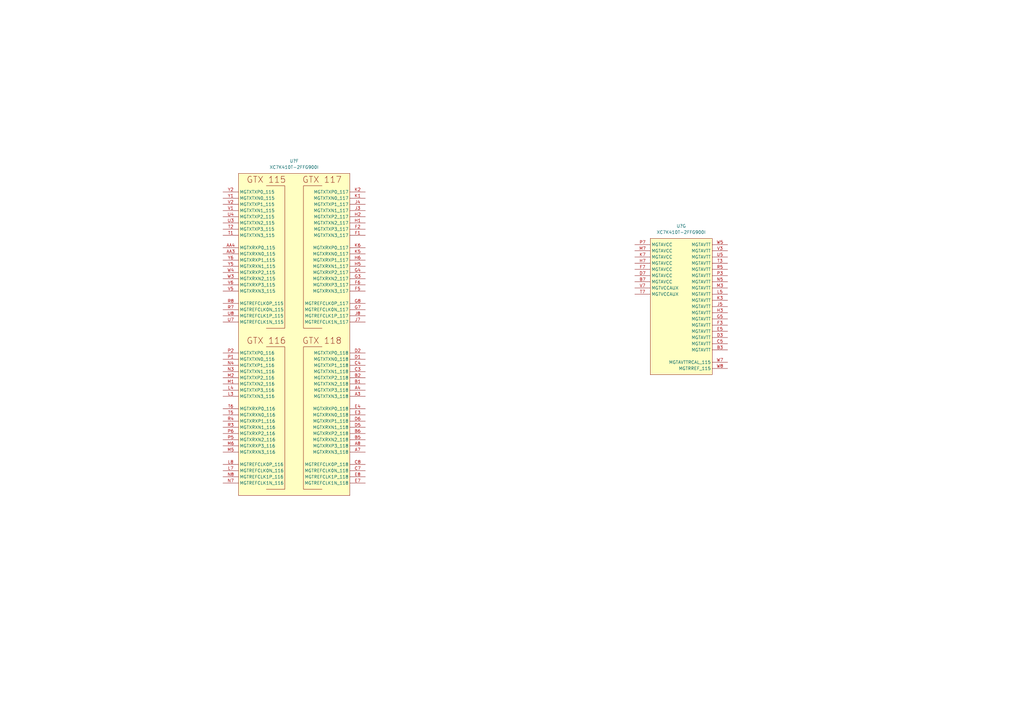
<source format=kicad_sch>
(kicad_sch (version 20211123) (generator eeschema)
  (paper "A3")
  (title_block (comment 1 "www.antmicro.com") (comment 2 "Antmicro Ltd"))
  (symbol (lib_id "antmicroMicrocontrollers:XC7K410T-2FFG900I") (at 120.65 137.16 0) (unit 6)
    (property "Reference" "U?" (at 120.65 66.04 0))
    (property "Value" "XC7K410T-2FFG900I" (at 120.65 68.58 0))
    (property "Footprint" "antmicro-footprints:xc7k410t-2ffg900I" (effects hide))
    (property "Datasheet" "https://eu.mouser.com/datasheet/2/903/ds180_7Series_Overview-1591537.pdf" (effects hide))
    (property "Manufacturer" "Xilinx" (effects hide))
    (property "MPN" "XC7K410T-2FFG900I" (effects hide))
  )
  (symbol (lib_id "antmicroMicrocontrollers:XC7K410T-2FFG900I") (at 279.4 125.73 0) (unit 7)
    (property "Reference" "U?" (at 279.4 92.71 0))
    (property "Value" "XC7K410T-2FFG900I" (at 279.4 95.25 0))
    (property "Footprint" "antmicro-footprints:xc7k410t-2ffg900I" (effects hide))
    (property "Datasheet" "https://eu.mouser.com/datasheet/2/903/ds180_7Series_Overview-1591537.pdf" (effects hide))
    (property "Manufacturer" "Xilinx" (effects hide))
    (property "MPN" "XC7K410T-2FFG900I" (effects hide))
  )
)
</source>
